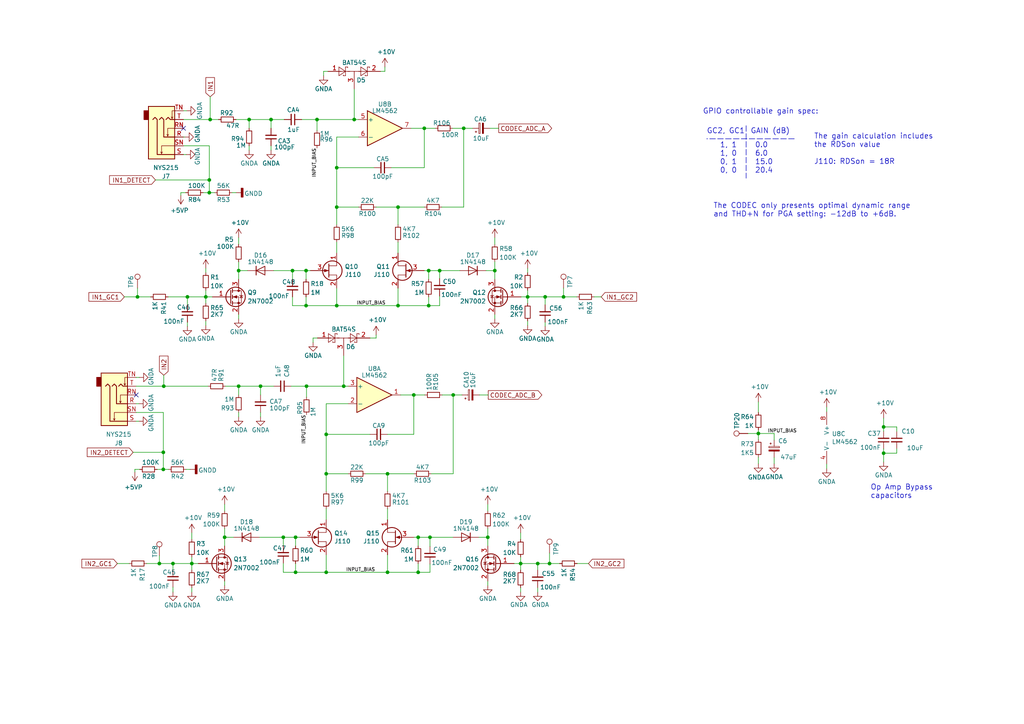
<source format=kicad_sch>
(kicad_sch (version 20211123) (generator eeschema)
  (paper "A4")
  (title_block (title "MOD DuoX - Bottom Board") (date "2021-11-11") (rev "Rev 1.05") (company "MOD Devices GmbH") (comment 1 "DuoX Audio processing board") (comment 2 "https://github.com/moddevices/mod-hw-duoX") (comment 3 "Inp Power: 12V 700mA") (comment 4 "USB outp Power: 500mA"))
  (junction (at 60.96 34.671))
  (junction (at 69.215 78.486))
  (junction (at 97.663 88.646))
  (junction (at 47.498 112.014))
  (junction (at 121.285 155.829))
  (junction (at 97.663 60.071))
  (junction (at 256.286 123.825))
  (junction (at 39.878 86.106))
  (junction (at 115.443 88.646))
  (junction (at 85.725 165.989))
  (junction (at 46.228 163.449))
  (junction (at 112.395 165.989))
  (junction (at 151.003 163.449))
  (junction (at 94.615 137.414))
  (junction (at 163.449 86.106))
  (junction (at 102.743 34.671))
  (junction (at 155.956 163.449))
  (junction (at 112.395 137.414))
  (junction (at 75.565 112.014))
  (junction (at 115.443 60.071))
  (junction (at 158.115 86.106))
  (junction (at 99.695 112.014))
  (junction (at 78.613 34.671))
  (junction (at 88.773 78.486))
  (junction (at 121.285 165.989))
  (junction (at 141.478 155.829))
  (junction (at 60.706 55.88))
  (junction (at 85.725 155.829))
  (junction (at 124.333 88.646))
  (junction (at 153.035 86.106))
  (junction (at 59.69 86.106))
  (junction (at 97.663 48.641))
  (junction (at 91.948 34.671))
  (junction (at 127.508 78.486))
  (junction (at 131.445 114.554))
  (junction (at 124.714 155.829))
  (junction (at 159.385 163.449))
  (junction (at 88.773 88.646))
  (junction (at 120.015 114.554))
  (junction (at 219.964 125.73))
  (junction (at 69.215 112.014))
  (junction (at 65.151 155.829))
  (junction (at 94.615 165.989))
  (junction (at 134.493 37.211))
  (junction (at 47.371 131.191))
  (junction (at 54.356 86.106))
  (junction (at 82.169 155.829))
  (junction (at 72.263 34.671))
  (junction (at 143.51 78.486))
  (junction (at 124.333 78.486))
  (junction (at 94.615 125.984))
  (junction (at 47.371 136.144))
  (junction (at 50.165 163.449))
  (junction (at 88.9 112.014))
  (junction (at 256.286 131.445))
  (junction (at 84.836 78.486))
  (junction (at 55.626 163.449))
  (junction (at 60.706 52.197))
  (junction (at 123.063 37.211))
  (no_connect (at 53.213 37.211))
  (no_connect (at 39.497 114.554))
  (wire (pts (xy 97.663 88.646) (xy 115.443 88.646)))
  (wire (pts (xy 159.385 163.449) (xy 162.306 163.449)))
  (wire (pts (xy 113.538 48.641) (xy 123.063 48.641)))
  (wire (pts (xy 153.035 88.011) (xy 153.035 86.106)))
  (wire (pts (xy 47.498 112.014) (xy 60.325 112.014)))
  (wire (pts (xy 69.215 119.634) (xy 69.215 120.904)))
  (wire (pts (xy 68.453 34.671) (xy 72.263 34.671)))
  (wire (pts (xy 260.096 125.095) (xy 260.096 123.825)))
  (wire (pts (xy 141.478 146.304) (xy 141.478 148.209)))
  (wire (pts (xy 124.333 78.486) (xy 123.063 78.486)))
  (wire (pts (xy 65.151 153.289) (xy 65.151 155.829)))
  (wire (pts (xy 39.878 83.566) (xy 39.878 86.106)))
  (wire (pts (xy 85.725 165.989) (xy 94.615 165.989)))
  (wire (pts (xy 50.165 163.449) (xy 55.626 163.449)))
  (wire (pts (xy 112.395 165.989) (xy 121.285 165.989)))
  (wire (pts (xy 88.773 88.646) (xy 97.663 88.646)))
  (wire (pts (xy 47.498 108.839) (xy 47.498 112.014)))
  (wire (pts (xy 55.626 154.559) (xy 55.626 156.464)))
  (wire (pts (xy 107.315 98.044) (xy 109.093 98.044)))
  (wire (pts (xy 46.228 163.449) (xy 50.165 163.449)))
  (wire (pts (xy 256.286 131.445) (xy 256.286 133.985)))
  (wire (pts (xy 53.594 39.751) (xy 53.213 39.751)))
  (wire (pts (xy 84.836 78.486) (xy 79.375 78.486)))
  (wire (pts (xy 39.497 117.094) (xy 40.259 117.094)))
  (wire (pts (xy 59.69 88.011) (xy 59.69 86.106)))
  (wire (pts (xy 111.633 20.701) (xy 111.633 19.431)))
  (wire (pts (xy 153.035 86.106) (xy 151.13 86.106)))
  (wire (pts (xy 42.545 163.449) (xy 46.228 163.449)))
  (wire (pts (xy 124.714 163.576) (xy 124.714 165.989)))
  (wire (pts (xy 40.259 122.174) (xy 39.497 122.174)))
  (wire (pts (xy 60.706 55.88) (xy 62.23 55.88)))
  (wire (pts (xy 93.853 21.971) (xy 93.853 20.701)))
  (wire (pts (xy 155.956 163.449) (xy 159.385 163.449)))
  (wire (pts (xy 54.356 86.106) (xy 59.69 86.106)))
  (wire (pts (xy 111.633 20.701) (xy 110.363 20.701)))
  (wire (pts (xy 39.497 112.014) (xy 47.498 112.014)))
  (wire (pts (xy 60.706 52.197) (xy 60.706 42.291)))
  (wire (pts (xy 119.253 37.211) (xy 123.063 37.211)))
  (wire (pts (xy 124.333 88.646) (xy 115.443 88.646)))
  (wire (pts (xy 115.443 73.406) (xy 115.443 70.231)))
  (wire (pts (xy 53.975 136.144) (xy 55.118 136.144)))
  (wire (pts (xy 112.395 165.989) (xy 112.395 160.909)))
  (wire (pts (xy 124.333 88.646) (xy 127.508 88.646)))
  (wire (pts (xy 109.093 60.071) (xy 115.443 60.071)))
  (wire (pts (xy 53.848 55.88) (xy 52.451 55.88)))
  (wire (pts (xy 82.169 165.989) (xy 82.169 163.322)))
  (wire (pts (xy 151.003 170.434) (xy 151.003 171.704)))
  (wire (pts (xy 69.215 114.554) (xy 69.215 112.014)))
  (wire (pts (xy 54.356 94.615) (xy 54.356 93.472)))
  (wire (pts (xy 153.035 86.106) (xy 158.115 86.106)))
  (wire (pts (xy 50.165 171.704) (xy 50.165 170.307)))
  (wire (pts (xy 94.615 147.574) (xy 94.615 150.749)))
  (wire (pts (xy 134.493 60.071) (xy 134.493 37.211)))
  (wire (pts (xy 134.493 37.211) (xy 137.033 37.211)))
  (wire (pts (xy 53.975 44.831) (xy 53.213 44.831)))
  (wire (pts (xy 256.286 130.175) (xy 256.286 131.445)))
  (wire (pts (xy 127.508 80.772) (xy 127.508 78.486)))
  (wire (pts (xy 224.536 132.715) (xy 224.536 134.493)))
  (wire (pts (xy 167.259 86.106) (xy 163.449 86.106)))
  (wire (pts (xy 55.626 163.449) (xy 55.626 161.544)))
  (wire (pts (xy 141.478 168.529) (xy 141.478 169.799)))
  (wire (pts (xy 94.615 165.989) (xy 94.615 160.909)))
  (wire (pts (xy 120.015 114.554) (xy 123.19 114.554)))
  (wire (pts (xy 69.215 68.961) (xy 69.215 70.866)))
  (wire (pts (xy 163.449 86.106) (xy 158.115 86.106)))
  (wire (pts (xy 94.615 117.094) (xy 94.615 125.984)))
  (wire (pts (xy 155.956 171.704) (xy 155.956 170.434)))
  (wire (pts (xy 90.805 99.314) (xy 90.805 98.044)))
  (wire (pts (xy 109.093 98.044) (xy 109.093 97.155)))
  (wire (pts (xy 47.371 119.634) (xy 47.371 131.191)))
  (wire (pts (xy 239.776 134.62) (xy 239.776 135.89)))
  (wire (pts (xy 65.151 168.529) (xy 65.151 169.799)))
  (wire (pts (xy 59.69 86.106) (xy 59.69 84.201)))
  (wire (pts (xy 131.318 37.211) (xy 134.493 37.211)))
  (wire (pts (xy 115.443 60.071) (xy 123.063 60.071)))
  (wire (pts (xy 155.956 165.354) (xy 155.956 163.449)))
  (wire (pts (xy 260.096 130.175) (xy 260.096 131.445)))
  (wire (pts (xy 94.615 117.094) (xy 100.965 117.094)))
  (wire (pts (xy 55.626 170.434) (xy 55.626 171.704)))
  (wire (pts (xy 100.965 137.414) (xy 94.615 137.414)))
  (wire (pts (xy 84.836 81.026) (xy 84.836 78.486)))
  (wire (pts (xy 123.063 37.211) (xy 126.238 37.211)))
  (wire (pts (xy 52.451 55.88) (xy 52.451 56.642)))
  (wire (pts (xy 139.065 114.554) (xy 141.605 114.554)))
  (wire (pts (xy 123.063 48.641) (xy 123.063 37.211)))
  (wire (pts (xy 153.035 77.851) (xy 153.035 79.121)))
  (wire (pts (xy 75.565 112.014) (xy 79.375 112.014)))
  (wire (pts (xy 54.102 32.131) (xy 53.213 32.131)))
  (wire (pts (xy 115.443 88.646) (xy 115.443 83.566)))
  (wire (pts (xy 75.565 120.904) (xy 75.565 119.634)))
  (wire (pts (xy 97.663 88.646) (xy 97.663 83.566)))
  (wire (pts (xy 216.916 125.73) (xy 219.964 125.73)))
  (wire (pts (xy 47.371 136.144) (xy 48.895 136.144)))
  (wire (pts (xy 104.013 60.071) (xy 97.663 60.071)))
  (wire (pts (xy 256.286 123.825) (xy 256.286 125.095)))
  (wire (pts (xy 120.015 125.984) (xy 120.015 114.554)))
  (wire (pts (xy 158.115 88.392) (xy 158.115 86.106)))
  (wire (pts (xy 65.405 112.014) (xy 69.215 112.014)))
  (wire (pts (xy 112.395 150.749) (xy 112.395 147.574)))
  (wire (pts (xy 88.773 78.486) (xy 90.043 78.486)))
  (wire (pts (xy 38.608 131.191) (xy 47.371 131.191)))
  (wire (pts (xy 239.776 118.11) (xy 239.776 119.38)))
  (wire (pts (xy 219.964 124.714) (xy 219.964 125.73)))
  (wire (pts (xy 65.151 158.369) (xy 65.151 155.829)))
  (wire (pts (xy 72.263 42.291) (xy 72.263 43.561)))
  (wire (pts (xy 224.536 127.635) (xy 224.536 125.73)))
  (wire (pts (xy 131.445 137.414) (xy 131.445 114.554)))
  (wire (pts (xy 97.663 48.641) (xy 97.663 60.071)))
  (wire (pts (xy 158.115 94.615) (xy 158.115 93.472)))
  (wire (pts (xy 67.31 55.88) (xy 68.453 55.88)))
  (wire (pts (xy 124.333 78.486) (xy 124.333 81.026)))
  (wire (pts (xy 97.663 39.751) (xy 97.663 48.641)))
  (wire (pts (xy 88.773 78.486) (xy 88.773 81.026)))
  (wire (pts (xy 55.626 165.354) (xy 55.626 163.449)))
  (wire (pts (xy 78.613 34.671) (xy 78.613 37.211)))
  (wire (pts (xy 142.113 37.211) (xy 144.653 37.211)))
  (wire (pts (xy 99.695 112.014) (xy 100.965 112.014)))
  (wire (pts (xy 36.068 86.106) (xy 39.878 86.106)))
  (wire (pts (xy 91.948 37.846) (xy 91.948 34.671)))
  (wire (pts (xy 121.285 155.829) (xy 121.285 158.369)))
  (wire (pts (xy 37.465 163.449) (xy 34.036 163.449)))
  (wire (pts (xy 107.315 125.984) (xy 94.615 125.984)))
  (wire (pts (xy 39.878 86.106) (xy 43.688 86.106)))
  (wire (pts (xy 91.948 34.671) (xy 102.743 34.671)))
  (wire (pts (xy 97.663 70.231) (xy 97.663 73.406)))
  (wire (pts (xy 39.116 136.144) (xy 39.116 136.906)))
  (wire (pts (xy 219.964 116.586) (xy 219.964 119.634)))
  (wire (pts (xy 143.51 75.946) (xy 143.51 78.486)))
  (wire (pts (xy 155.956 163.449) (xy 151.003 163.449)))
  (wire (pts (xy 82.169 158.242) (xy 82.169 155.829)))
  (wire (pts (xy 219.964 125.73) (xy 224.536 125.73)))
  (wire (pts (xy 121.285 155.829) (xy 120.015 155.829)))
  (wire (pts (xy 151.003 163.449) (xy 151.003 161.544)))
  (wire (pts (xy 60.706 42.291) (xy 53.213 42.291)))
  (wire (pts (xy 72.263 37.211) (xy 72.263 34.671)))
  (wire (pts (xy 85.725 155.829) (xy 85.725 158.369)))
  (wire (pts (xy 159.385 160.401) (xy 159.385 163.449)))
  (wire (pts (xy 108.458 48.641) (xy 97.663 48.641)))
  (wire (pts (xy 106.045 137.414) (xy 112.395 137.414)))
  (wire (pts (xy 84.836 88.646) (xy 84.836 86.106)))
  (wire (pts (xy 112.395 125.984) (xy 120.015 125.984)))
  (wire (pts (xy 59.69 93.091) (xy 59.69 94.361)))
  (wire (pts (xy 78.613 34.671) (xy 82.423 34.671)))
  (wire (pts (xy 45.085 52.197) (xy 60.706 52.197)))
  (wire (pts (xy 94.615 125.984) (xy 94.615 137.414)))
  (wire (pts (xy 153.035 93.091) (xy 153.035 94.361)))
  (wire (pts (xy 102.743 34.671) (xy 104.013 34.671)))
  (wire (pts (xy 127.508 78.486) (xy 133.35 78.486)))
  (wire (pts (xy 94.615 165.989) (xy 112.395 165.989)))
  (wire (pts (xy 143.51 81.026) (xy 143.51 78.486)))
  (wire (pts (xy 151.003 165.354) (xy 151.003 163.449)))
  (wire (pts (xy 40.513 136.144) (xy 39.116 136.144)))
  (wire (pts (xy 172.339 86.106) (xy 174.371 86.106)))
  (wire (pts (xy 45.593 136.144) (xy 47.371 136.144)))
  (wire (pts (xy 128.143 60.071) (xy 134.493 60.071)))
  (wire (pts (xy 143.51 78.486) (xy 140.97 78.486)))
  (wire (pts (xy 256.286 121.285) (xy 256.286 123.825)))
  (wire (pts (xy 219.964 134.493) (xy 219.964 132.588)))
  (wire (pts (xy 65.151 155.829) (xy 67.691 155.829)))
  (wire (pts (xy 219.964 127.508) (xy 219.964 125.73)))
  (wire (pts (xy 84.836 78.486) (xy 88.773 78.486)))
  (wire (pts (xy 84.455 112.014) (xy 88.9 112.014)))
  (wire (pts (xy 46.228 161.163) (xy 46.228 163.449)))
  (wire (pts (xy 141.478 155.829) (xy 138.938 155.829)))
  (wire (pts (xy 163.449 83.566) (xy 163.449 86.106)))
  (wire (pts (xy 78.613 43.561) (xy 78.613 42.291)))
  (wire (pts (xy 260.096 131.445) (xy 256.286 131.445)))
  (wire (pts (xy 90.805 98.044) (xy 92.075 98.044)))
  (wire (pts (xy 151.003 163.449) (xy 149.098 163.449)))
  (wire (pts (xy 88.773 88.646) (xy 84.836 88.646)))
  (wire (pts (xy 60.706 55.88) (xy 60.706 52.197)))
  (wire (pts (xy 128.27 114.554) (xy 131.445 114.554)))
  (wire (pts (xy 124.714 155.829) (xy 124.714 158.496)))
  (wire (pts (xy 151.003 154.559) (xy 151.003 156.464)))
  (wire (pts (xy 153.035 86.106) (xy 153.035 84.201)))
  (wire (pts (xy 39.497 119.634) (xy 47.371 119.634)))
  (wire (pts (xy 82.169 155.829) (xy 75.311 155.829)))
  (wire (pts (xy 141.478 158.369) (xy 141.478 155.829)))
  (wire (pts (xy 121.285 165.989) (xy 124.714 165.989)))
  (wire (pts (xy 60.96 34.671) (xy 53.213 34.671)))
  (wire (pts (xy 115.443 65.151) (xy 115.443 60.071)))
  (wire (pts (xy 55.626 163.449) (xy 57.531 163.449)))
  (wire (pts (xy 260.096 123.825) (xy 256.286 123.825)))
  (wire (pts (xy 88.9 115.189) (xy 88.9 112.014)))
  (wire (pts (xy 93.853 20.701) (xy 95.123 20.701)))
  (wire (pts (xy 69.215 78.486) (xy 71.755 78.486)))
  (wire (pts (xy 82.169 155.829) (xy 85.725 155.829)))
  (wire (pts (xy 116.205 114.554) (xy 120.015 114.554)))
  (wire (pts (xy 69.215 81.026) (xy 69.215 78.486)))
  (wire (pts (xy 124.333 78.486) (xy 127.508 78.486)))
  (wire (pts (xy 50.165 165.227) (xy 50.165 163.449)))
  (wire (pts (xy 60.96 28.067) (xy 60.96 34.671)))
  (wire (pts (xy 143.51 91.186) (xy 143.51 92.456)))
  (wire (pts (xy 99.695 103.124) (xy 99.695 112.014)))
  (wire (pts (xy 54.356 88.392) (xy 54.356 86.106)))
  (wire (pts (xy 69.215 112.014) (xy 75.565 112.014)))
  (wire (pts (xy 65.151 146.304) (xy 65.151 148.209)))
  (wire (pts (xy 59.69 86.106) (xy 61.595 86.106)))
  (wire (pts (xy 69.215 91.186) (xy 69.215 92.456)))
  (wire (pts (xy 102.743 25.781) (xy 102.743 34.671)))
  (wire (pts (xy 141.478 153.289) (xy 141.478 155.829)))
  (wire (pts (xy 121.285 155.829) (xy 124.714 155.829)))
  (wire (pts (xy 121.285 163.449) (xy 121.285 165.989)))
  (wire (pts (xy 127.508 88.646) (xy 127.508 85.852)))
  (polyline (pts (xy 216.408 36.449) (xy 216.408 51.689)))
  (wire (pts (xy 75.565 112.014) (xy 75.565 114.554)))
  (wire (pts (xy 58.928 55.88) (xy 60.706 55.88)))
  (wire (pts (xy 59.69 77.851) (xy 59.69 79.121)))
  (wire (pts (xy 69.215 75.946) (xy 69.215 78.486)))
  (wire (pts (xy 94.615 137.414) (xy 94.615 142.494)))
  (wire (pts (xy 125.095 137.414) (xy 131.445 137.414)))
  (wire (pts (xy 112.395 142.494) (xy 112.395 137.414)))
  (wire (pts (xy 85.725 155.829) (xy 86.995 155.829)))
  (wire (pts (xy 88.773 86.106) (xy 88.773 88.646)))
  (wire (pts (xy 40.386 109.474) (xy 39.497 109.474)))
  (wire (pts (xy 72.263 34.671) (xy 78.613 34.671)))
  (wire (pts (xy 88.9 112.014) (xy 99.695 112.014)))
  (wire (pts (xy 97.663 39.751) (xy 104.013 39.751)))
  (wire (pts (xy 167.386 163.449) (xy 170.688 163.449)))
  (wire (pts (xy 85.725 163.449) (xy 85.725 165.989)))
  (wire (pts (xy 124.333 86.106) (xy 124.333 88.646)))
  (wire (pts (xy 112.395 137.414) (xy 120.015 137.414)))
  (wire (pts (xy 143.51 68.961) (xy 143.51 70.866)))
  (wire (pts (xy 47.371 131.191) (xy 47.371 136.144)))
  (polyline (pts (xy 230.378 40.259) (xy 204.978 40.259)))
  (wire (pts (xy 87.503 34.671) (xy 91.948 34.671)))
  (wire (pts (xy 63.373 34.671) (xy 60.96 34.671)))
  (wire (pts (xy 54.356 86.106) (xy 48.768 86.106)))
  (wire (pts (xy 97.663 60.071) (xy 97.663 65.151)))
  (wire (pts (xy 82.169 165.989) (xy 85.725 165.989)))
  (wire (pts (xy 124.714 155.829) (xy 131.318 155.829)))
  (wire (pts (xy 131.445 114.554) (xy 133.985 114.554)))
  (text "GC2, GC1" (at 204.978 38.989 0) (effects (font (size 1.524 1.524)) (justify left bottom)))
  (text "GPIO controllable gain spec:" (at 203.835 33.274 0) (effects (font (size 1.524 1.524)) (justify left bottom)))
  (text "The CODEC only presents optimal dynamic range\nand THD+N for PGA setting: -12dB to +6dB." (at 206.883 63.119 0) (effects (font (size 1.524 1.524)) (justify left bottom)))
  (text "The gain calculation includes\nthe RDSon value\n\nJ110: RDSon = 18R" (at 236.093 47.879 0) (effects (font (size 1.524 1.524)) (justify left bottom)))
  (text "Op Amp Bypass\ncapacitors" (at 252.476 144.78 0) (effects (font (size 1.524 1.524)) (justify left bottom)))
  (text "GAIN (dB)" (at 217.678 38.989 0) (effects (font (size 1.524 1.524)) (justify left bottom)))
  (text "0.0\n6.0\n15.0\n20.4" (at 218.948 50.419 0) (effects (font (size 1.524 1.524)) (justify left bottom)))
  (text "1, 1\n1, 0\n0, 1\n0, 0" (at 208.788 50.419 0) (effects (font (size 1.524 1.524)) (justify left bottom)))
  (label "INPUT_BIAS" (at 100.33 165.989 0) (effects (font (size 0.9906 0.9906))))
  (label "INPUT_BIAS" (at 91.948 42.926 270) (effects (font (size 0.9906 0.9906))))
  (label "INPUT_BIAS" (at 222.631 125.73 0) (effects (font (size 0.9906 0.9906))))
  (label "INPUT_BIAS" (at 103.378 88.646 0) (effects (font (size 0.9906 0.9906))))
  (label "INPUT_BIAS" (at 88.9 120.269 270) (effects (font (size 0.9906 0.9906))))
  (global_label "IN1_GC2" (shape input) (at 174.371 86.106 0) (property "Intersheet References" "${INTERSHEET_REFS}" (effects hide)))
  (global_label "IN1_DETECT" (shape input) (at 45.085 52.197 180) (property "Intersheet References" "${INTERSHEET_REFS}" (effects hide)))
  (global_label "IN2_GC1" (shape input) (at 34.036 163.449 180) (property "Intersheet References" "${INTERSHEET_REFS}" (effects hide)))
  (global_label "IN2_DETECT" (shape input) (at 38.608 131.191 180) (property "Intersheet References" "${INTERSHEET_REFS}" (effects hide)))
  (global_label "CODEC_ADC_A" (shape output) (at 144.653 37.211 0) (property "Intersheet References" "${INTERSHEET_REFS}" (effects hide)))
  (global_label "IN1" (shape input) (at 60.96 28.067 90) (property "Intersheet References" "${INTERSHEET_REFS}" (effects hide)))
  (global_label "IN2_GC2" (shape input) (at 170.688 163.449 0) (property "Intersheet References" "${INTERSHEET_REFS}" (effects hide)))
  (global_label "IN2" (shape input) (at 47.498 108.839 90) (property "Intersheet References" "${INTERSHEET_REFS}" (effects hide)))
  (global_label "IN1_GC1" (shape input) (at 36.068 86.106 180) (property "Intersheet References" "${INTERSHEET_REFS}" (effects hide)))
  (global_label "CODEC_ADC_B" (shape output) (at 141.605 114.554 0) (property "Intersheet References" "${INTERSHEET_REFS}" (effects hide)))
  (symbol (lib_id "bottom-board-rescue:R_Small-Device") (at 65.913 34.671 270) (unit 1)
    (property "Reference" "R92" (at 67.691 32.766 90) (effects (justify right)))
    (property "Value" "47R" (at 69.469 36.449 90) (effects (justify right)))
    (property "Footprint" "Resistor_SMD:R_0603_1608Metric" (effects hide))
    (property "MPN" "RT0603DRE0747RL" (effects hide))
  )
  (symbol (lib_id "bottom-board-rescue:R_Small-Device") (at 72.263 39.751 180) (unit 1)
    (property "Reference" "R94" (at 70.866 40.259 0) (effects (justify left)))
    (property "Value" "1M" (at 71.374 42.164 0) (effects (justify left)))
    (property "Footprint" "Resistor_SMD:R_0603_1608Metric" (effects hide))
    (property "MPN" "RT0603BRD071ML" (effects hide))
  )
  (symbol (lib_id "bottom-board-rescue:R_Small-Device") (at 97.663 67.691 180) (unit 1)
    (property "Reference" "R98" (at 98.933 68.326 0) (effects (justify right)))
    (property "Value" "5K6" (at 98.933 66.421 0) (effects (justify right)))
    (property "Footprint" "Resistor_SMD:R_0603_1608Metric" (effects hide))
    (property "MPN" "ERA-3AED562V" (effects hide))
  )
  (symbol (lib_id "bottom-board-rescue:R_Small-Device") (at 125.603 60.071 90) (unit 1)
    (property "Reference" "R104" (at 125.603 61.976 90))
    (property "Value" "4K7" (at 125.603 58.166 90))
    (property "Footprint" "Resistor_SMD:R_0603_1608Metric" (effects hide))
    (property "MPN" "RT0603DRE074K7L" (effects hide))
  )
  (symbol (lib_id "bottom-board-rescue:R_Small-Device") (at 128.778 37.211 90) (unit 1)
    (property "Reference" "R106" (at 130.683 35.687 90) (effects (justify left)))
    (property "Value" "100R" (at 133.096 39.116 90) (effects (justify left)))
    (property "Footprint" "Resistor_SMD:R_0603_1608Metric" (effects hide))
    (property "MPN" "RT0603DRD07100RL" (effects hide))
  )
  (symbol (lib_id "bottom-board-rescue:GNDA-power") (at 72.263 43.561 0) (unit 1)
    (property "Reference" "#PWR090" (effects hide))
    (property "Value" "GNDA" (at 72.263 47.371 0))
  )
  (symbol (lib_id "bottom-board-rescue:C_Small-Device") (at 78.613 39.751 180) (unit 1)
    (property "Reference" "CA3" (at 80.518 40.894 0) (effects (justify right)))
    (property "Value" "100pF" (at 79.502 42.672 0) (effects (justify right)))
    (property "Footprint" "Capacitor_SMD:C_0603_1608Metric" (effects hide))
    (property "MPN" "C0603C101J3GACTU" (effects hide))
  )
  (symbol (lib_id "bottom-board-rescue:GNDA-power") (at 78.613 43.561 0) (unit 1)
    (property "Reference" "#PWR093" (effects hide))
    (property "Value" "GNDA" (at 78.613 47.371 0))
  )
  (symbol (lib_id "bottom-board-rescue:AudioJack3_Switch-Connector") (at 48.133 39.751 0) (mirror x) (unit 1)
    (property "Reference" "J7" (at 48.133 51.181 0))
    (property "Value" "NYS215" (at 48.133 48.641 0))
    (property "Footprint" "footprints:NMJ6HCD2" (effects hide))
    (property "MPN" "NYS215" (effects hide))
  )
  (symbol (lib_id "bottom-board-rescue:AudioJack3_Switch-Connector") (at 34.417 117.094 0) (mirror x) (unit 1)
    (property "Reference" "J8" (at 34.417 128.524 0))
    (property "Value" "NYS215" (at 34.417 125.984 0))
    (property "Footprint" "footprints:NMJ6HCD2" (effects hide))
    (property "MPN" "NYS215" (effects hide))
  )
  (symbol (lib_id "bottom-board-rescue:CP_Small-Device") (at 139.573 37.211 90) (unit 1)
    (property "Reference" "CA6" (at 141.224 34.544 90) (effects (justify left)))
    (property "Value" "10uF" (at 141.986 40.132 90) (effects (justify left)))
    (property "Footprint" "Capacitor_SMD:CP_Elec_4x5.7" (effects hide))
    (property "MPN" "EEE-HB1C100R" (effects hide))
  )
  (symbol (lib_id "bottom-board-rescue:GNDA-power") (at 69.215 120.904 0) (unit 1)
    (property "Reference" "#PWR0102" (effects hide))
    (property "Value" "GNDA" (at 69.215 124.714 0))
  )
  (symbol (lib_id "bottom-board-rescue:GNDA-power") (at 75.565 120.904 0) (unit 1)
    (property "Reference" "#PWR0105" (effects hide))
    (property "Value" "GNDA" (at 75.565 124.714 0))
  )
  (symbol (lib_id "bottom-board-rescue:LM4562-Amplifier_Operational") (at 108.585 114.554 0) (unit 1)
    (property "Reference" "U8" (at 108.585 106.934 0))
    (property "Value" "LM4562" (at 108.585 108.839 0))
    (property "Footprint" "Package_SO:SOIC-8_3.9x4.9mm_P1.27mm" (effects hide))
    (property "Datasheet" "http://www.ti.com/lit/ds/symlink/lm4562.pdf" (effects hide))
    (property "MPN" "LM4562MAX/NOPB" (effects hide))
  )
  (symbol (lib_id "bottom-board-rescue:LM4562-Amplifier_Operational") (at 111.633 37.211 0) (unit 2)
    (property "Reference" "U8" (at 111.633 30.226 0))
    (property "Value" "LM4562" (at 111.633 32.131 0))
    (property "Footprint" "Package_SO:SOIC-8_3.9x4.9mm_P1.27mm" (effects hide))
    (property "Datasheet" "http://www.ti.com/lit/ds/symlink/lm4562.pdf" (effects hide))
    (property "MPN" "LM4562MAX/NOPB" (effects hide))
  )
  (symbol (lib_id "bottom-board-rescue:LM4562-Amplifier_Operational") (at 242.316 127 0) (unit 3)
    (property "Reference" "U8" (at 241.2492 125.8316 0) (effects (justify left)))
    (property "Value" "LM4562" (at 241.2492 128.143 0) (effects (justify left)))
    (property "Footprint" "Package_SO:SOIC-8_3.9x4.9mm_P1.27mm" (effects hide))
    (property "Datasheet" "http://www.ti.com/lit/ds/symlink/lm4562.pdf" (effects hide))
    (property "MPN" "LM4562MAX/NOPB" (effects hide))
  )
  (symbol (lib_id "bottom-board-rescue:C_Small-Device") (at 84.963 34.671 270) (mirror x) (unit 1)
    (property "Reference" "CA4" (at 83.185 31.877 90) (effects (justify left)))
    (property "Value" "1uF" (at 83.312 37.592 90) (effects (justify left)))
    (property "Footprint" "Capacitor_SMD:C_1210_3225Metric" (effects hide))
    (property "MPN" "FCA1210C105M-G2" (effects hide))
  )
  (symbol (lib_id "bottom-board-rescue:GNDA-power") (at 256.286 133.985 0) (unit 1)
    (property "Reference" "#PWR089" (effects hide))
    (property "Value" "GNDA" (at 256.286 137.795 0))
  )
  (symbol (lib_id "bottom-board-rescue:C_Small-Device") (at 256.286 127.635 180) (unit 1)
    (property "Reference" "C37" (at 251.587 125.73 0) (effects (justify right)))
    (property "Value" "100nF" (at 255.524 129.794 0) (effects (justify left)))
    (property "Footprint" "Capacitor_SMD:C_0603_1608Metric" (effects hide))
    (property "MPN" "GCM188R71C104KA37D" (effects hide))
  )
  (symbol (lib_id "bottom-board-rescue:BAT54S-Diode") (at 102.743 20.701 0) (unit 1)
    (property "Reference" "D5" (at 103.378 23.241 0) (effects (justify left)))
    (property "Value" "BAT54S" (at 102.743 18.161 0))
    (property "Footprint" "Package_TO_SOT_SMD:SOT-23" (effects hide))
    (property "Datasheet" "https://www.diodes.com/assets/Datasheets/ds11005.pdf" (effects hide))
    (property "MPN" "BAT54SFILM" (effects hide))
  )
  (symbol (lib_id "bottom-board-rescue:BAT54S-Diode") (at 99.695 98.044 0) (unit 1)
    (property "Reference" "D6" (at 100.33 100.584 0) (effects (justify left)))
    (property "Value" "BAT54S" (at 99.695 95.504 0))
    (property "Footprint" "Package_TO_SOT_SMD:SOT-23" (effects hide))
    (property "Datasheet" "https://www.diodes.com/assets/Datasheets/ds11005.pdf" (effects hide))
    (property "MPN" "BAT54SFILM" (effects hide))
  )
  (symbol (lib_id "bottom-board-rescue:R_Small-Device") (at 106.553 60.071 90) (unit 1)
    (property "Reference" "R100" (at 106.553 61.976 90))
    (property "Value" "22K" (at 106.553 58.166 90))
    (property "Footprint" "Resistor_SMD:R_0603_1608Metric" (effects hide))
    (property "MPN" "RT0603DRD0722KL" (effects hide))
  )
  (symbol (lib_id "bottom-board-rescue:R_Small-Device") (at 115.443 67.691 0) (unit 1)
    (property "Reference" "R102" (at 116.713 68.326 0) (effects (justify left)))
    (property "Value" "4K7" (at 116.713 66.421 0) (effects (justify left)))
    (property "Footprint" "Resistor_SMD:R_0603_1608Metric" (effects hide))
    (property "MPN" "RT0603DRE074K7L" (effects hide))
  )
  (symbol (lib_id "bottom-board-rescue:R_Small-Device") (at 62.865 112.014 270) (unit 1)
    (property "Reference" "R91" (at 64.135 110.744 0) (effects (justify right)))
    (property "Value" "47R" (at 62.23 110.744 0) (effects (justify right)))
    (property "Footprint" "Resistor_SMD:R_0603_1608Metric" (effects hide))
    (property "MPN" "RT0603DRE0747RL" (effects hide))
  )
  (symbol (lib_id "bottom-board-rescue:R_Small-Device") (at 69.215 117.094 180) (unit 1)
    (property "Reference" "R93" (at 67.945 118.364 0) (effects (justify left)))
    (property "Value" "1M" (at 67.945 115.824 0) (effects (justify left)))
    (property "Footprint" "Resistor_SMD:R_0603_1608Metric" (effects hide))
    (property "MPN" "RT0603BRD071ML" (effects hide))
  )
  (symbol (lib_id "bottom-board-rescue:R_Small-Device") (at 125.73 114.554 90) (unit 1)
    (property "Reference" "R105" (at 126.365 113.284 0) (effects (justify left)))
    (property "Value" "100R" (at 124.46 113.284 0) (effects (justify left)))
    (property "Footprint" "Resistor_SMD:R_0603_1608Metric" (effects hide))
    (property "MPN" "RT0603DRD07100RL" (effects hide))
  )
  (symbol (lib_id "bottom-board-rescue:C_Small-Device") (at 75.565 117.094 180) (unit 1)
    (property "Reference" "CA7" (at 78.105 116.459 0) (effects (justify right)))
    (property "Value" "100pF" (at 78.105 118.364 0) (effects (justify right)))
    (property "Footprint" "Capacitor_SMD:C_0603_1608Metric" (effects hide))
    (property "MPN" "C0603C101J3GACTU" (effects hide))
  )
  (symbol (lib_id "bottom-board-rescue:C_Small-Device") (at 81.915 112.014 270) (mirror x) (unit 1)
    (property "Reference" "CA8" (at 83.185 109.474 0) (effects (justify left)))
    (property "Value" "1uF" (at 80.645 109.474 0) (effects (justify left)))
    (property "Footprint" "Capacitor_SMD:C_1210_3225Metric" (effects hide))
    (property "MPN" "FCA1210C105M-G2" (effects hide))
  )
  (symbol (lib_id "bottom-board-rescue:CP_Small-Device") (at 136.525 114.554 90) (unit 1)
    (property "Reference" "CA10" (at 135.255 112.649 0) (effects (justify left)))
    (property "Value" "10uF" (at 137.16 112.649 0) (effects (justify left)))
    (property "Footprint" "Capacitor_SMD:CP_Elec_4x5.7" (effects hide))
    (property "MPN" "EEE-HB1C100R" (effects hide))
  )
  (symbol (lib_id "bottom-board-rescue:C_Small-Device") (at 110.998 48.641 90) (unit 1)
    (property "Reference" "CA5" (at 110.998 46.101 90))
    (property "Value" "100pF" (at 110.998 51.181 90))
    (property "Footprint" "Capacitor_SMD:C_0603_1608Metric" (effects hide))
    (property "MPN" "C0603C101J3GACTU" (effects hide))
  )
  (symbol (lib_id "bottom-board-rescue:C_Small-Device") (at 109.855 125.984 90) (unit 1)
    (property "Reference" "CA9" (at 109.855 123.444 90))
    (property "Value" "100pF" (at 109.855 128.524 90))
    (property "Footprint" "Capacitor_SMD:C_0603_1608Metric" (effects hide))
    (property "MPN" "C0603C101J3GACTU" (effects hide))
  )
  (symbol (lib_id "bottom-board-rescue:GNDA-power") (at 93.853 21.971 0) (unit 1)
    (property "Reference" "#PWR087" (effects hide))
    (property "Value" "GNDA" (at 93.853 25.781 0))
  )
  (symbol (lib_id "bottom-board-rescue:Q_NJFET_DSG-Device") (at 95.123 78.486 0) (unit 1)
    (property "Reference" "Q10" (at 99.9744 77.3176 0) (effects (justify left)))
    (property "Value" "J110" (at 99.9744 79.629 0) (effects (justify left)))
    (property "Footprint" "Package_TO_SOT_SMD:SOT-23" (effects hide))
    (property "MPN" "MMBFJ110" (effects hide))
  )
  (symbol (lib_id "bottom-board-rescue:TestPoint-Connector") (at 216.916 125.73 90) (mirror x) (unit 1)
    (property "Reference" "TP20" (at 213.741 124.46 0) (effects (justify right)))
    (property "Value" "TestPoint" (effects hide))
    (property "Footprint" "TestPoint:TestPoint_Pad_D1.0mm" (effects hide))
  )
  (symbol (lib_id "bottom-board-rescue:Q_NMOS_GSD-Device") (at 66.675 86.106 0) (unit 1)
    (property "Reference" "Q9" (at 71.755 84.836 0) (effects (justify left)))
    (property "Value" "2N7002" (at 71.755 87.376 0) (effects (justify left)))
    (property "Footprint" "Package_TO_SOT_SMD:SOT-23" (effects hide))
    (property "MPN" "2N7002P,215" (effects hide))
  )
  (symbol (lib_id "bottom-board-rescue:1N4148WS-Diode") (at 75.565 78.486 0) (mirror x) (unit 1)
    (property "Reference" "D16" (at 75.565 74.041 0))
    (property "Value" "1N4148" (at 75.565 75.946 0))
    (property "Footprint" "Diode_SMD:D_SOD-323" (effects hide))
    (property "MPN" "1N4148WX-TP" (effects hide))
  )
  (symbol (lib_id "bottom-board-rescue:R_Small-Device") (at 88.773 83.566 0) (unit 1)
    (property "Reference" "R18" (at 90.043 82.296 0) (effects (justify left)))
    (property "Value" "1M" (at 90.043 84.836 0) (effects (justify left)))
    (property "Footprint" "Resistor_SMD:R_0603_1608Metric" (effects hide))
    (property "MPN" "RT0603BRD071ML" (effects hide))
  )
  (symbol (lib_id "bottom-board-rescue:GNDA-power") (at 69.215 92.456 0) (unit 1)
    (property "Reference" "#PWR085" (effects hide))
    (property "Value" "GNDA" (at 69.215 96.266 0))
  )
  (symbol (lib_id "bottom-board-rescue:R_Small-Device") (at 69.215 73.406 0) (mirror y) (unit 1)
    (property "Reference" "R5" (at 67.818 69.469 0) (effects (justify left)))
    (property "Value" "100K" (at 67.945 71.501 0) (effects (justify left)))
    (property "Footprint" "Resistor_SMD:R_0603_1608Metric" (effects hide))
    (property "MPN" "RMCF0603JT100K" (effects hide))
  )
  (symbol (lib_id "bottom-board-rescue:R_Small-Device") (at 59.69 81.661 0) (unit 1)
    (property "Reference" "R1" (at 60.96 80.391 0) (effects (justify left)))
    (property "Value" "10K" (at 60.96 82.931 0) (effects (justify left)))
    (property "Footprint" "Resistor_SMD:R_0603_1608Metric" (effects hide))
    (property "MPN" "RR0816P-103-D" (effects hide))
  )
  (symbol (lib_id "bottom-board-rescue:R_Small-Device") (at 153.035 81.661 0) (mirror y) (unit 1)
    (property "Reference" "R2" (at 151.765 80.391 0) (effects (justify left)))
    (property "Value" "10K" (at 151.765 82.931 0) (effects (justify left)))
    (property "Footprint" "Resistor_SMD:R_0603_1608Metric" (effects hide))
    (property "MPN" "RR0816P-103-D" (effects hide))
  )
  (symbol (lib_id "bottom-board-rescue:R_Small-Device") (at 55.626 159.004 0) (unit 1)
    (property "Reference" "R3" (at 56.896 157.734 0) (effects (justify left)))
    (property "Value" "10K" (at 56.896 160.274 0) (effects (justify left)))
    (property "Footprint" "Resistor_SMD:R_0603_1608Metric" (effects hide))
    (property "MPN" "RR0816P-103-D" (effects hide))
  )
  (symbol (lib_id "bottom-board-rescue:R_Small-Device") (at 151.003 159.004 0) (mirror y) (unit 1)
    (property "Reference" "R4" (at 149.733 157.734 0) (effects (justify left)))
    (property "Value" "10K" (at 149.733 160.274 0) (effects (justify left)))
    (property "Footprint" "Resistor_SMD:R_0603_1608Metric" (effects hide))
    (property "MPN" "RR0816P-103-D" (effects hide))
  )
  (symbol (lib_id "bottom-board-rescue:GNDA-power") (at 224.536 134.493 0) (unit 1)
    (property "Reference" "#PWR031" (effects hide))
    (property "Value" "GNDA" (at 224.536 138.303 0))
  )
  (symbol (lib_id "bottom-board-rescue:GNDA-power") (at 239.776 135.89 0) (unit 1)
    (property "Reference" "#PWR034" (effects hide))
    (property "Value" "GNDA" (at 239.776 139.7 0))
  )
  (symbol (lib_id "bottom-board-rescue:Q_NJFET_DSG-Device") (at 117.983 78.486 0) (mirror y) (unit 1)
    (property "Reference" "Q11" (at 113.1316 77.3176 0) (effects (justify left)))
    (property "Value" "J110" (at 113.1316 79.629 0) (effects (justify left)))
    (property "Footprint" "Package_TO_SOT_SMD:SOT-23" (effects hide))
    (property "MPN" "MMBFJ110" (effects hide))
  )
  (symbol (lib_id "bottom-board-rescue:Q_NMOS_GSD-Device") (at 146.05 86.106 0) (mirror y) (unit 1)
    (property "Reference" "Q12" (at 140.97 84.836 0) (effects (justify left)))
    (property "Value" "2N7002" (at 140.97 87.376 0) (effects (justify left)))
    (property "Footprint" "Package_TO_SOT_SMD:SOT-23" (effects hide))
    (property "MPN" "2N7002P,215" (effects hide))
  )
  (symbol (lib_id "bottom-board-rescue:1N4148WS-Diode") (at 137.16 78.486 180) (unit 1)
    (property "Reference" "D17" (at 137.16 74.041 0))
    (property "Value" "1N4148" (at 137.16 75.946 0))
    (property "Footprint" "Diode_SMD:D_SOD-323" (effects hide))
    (property "MPN" "1N4148WX-TP" (effects hide))
  )
  (symbol (lib_id "bottom-board-rescue:R_Small-Device") (at 124.333 83.566 0) (mirror y) (unit 1)
    (property "Reference" "R57" (at 123.063 82.296 0) (effects (justify left)))
    (property "Value" "1M" (at 123.063 84.836 0) (effects (justify left)))
    (property "Footprint" "Resistor_SMD:R_0603_1608Metric" (effects hide))
    (property "MPN" "RT0603BRD071ML" (effects hide))
  )
  (symbol (lib_id "bottom-board-rescue:GNDA-power") (at 143.51 92.456 0) (mirror y) (unit 1)
    (property "Reference" "#PWR092" (effects hide))
    (property "Value" "GNDA" (at 143.51 96.266 0))
  )
  (symbol (lib_id "bottom-board-rescue:R_Small-Device") (at 143.51 73.406 0) (unit 1)
    (property "Reference" "R58" (at 144.78 72.136 0) (effects (justify left)))
    (property "Value" "100K" (at 144.78 74.676 0) (effects (justify left)))
    (property "Footprint" "Resistor_SMD:R_0603_1608Metric" (effects hide))
    (property "MPN" "RMCF0603JT100K" (effects hide))
  )
  (symbol (lib_id "bottom-board-rescue:GNDA-power") (at 90.805 99.314 0) (unit 1)
    (property "Reference" "#PWR096" (effects hide))
    (property "Value" "GNDA" (at 90.805 103.124 0))
  )
  (symbol (lib_id "bottom-board-rescue:R_Small-Device") (at 91.948 40.386 180) (unit 1)
    (property "Reference" "R96" (at 92.71 40.386 0) (effects (justify right)))
    (property "Value" "1M" (at 92.71 38.735 0) (effects (justify right)))
    (property "Footprint" "Resistor_SMD:R_0603_1608Metric" (effects hide))
    (property "MPN" "RT0603BRD071ML" (effects hide))
  )
  (symbol (lib_id "bottom-board-rescue:R_Small-Device") (at 88.9 117.729 180) (unit 1)
    (property "Reference" "R95" (at 86.995 120.269 90) (effects (justify right)))
    (property "Value" "1M" (at 90.805 120.904 90) (effects (justify right)))
    (property "Footprint" "Resistor_SMD:R_0603_1608Metric" (effects hide))
    (property "MPN" "RT0603BRD071ML" (effects hide))
  )
  (symbol (lib_id "bottom-board-rescue:Q_NJFET_DSG-Device") (at 92.075 155.829 0) (unit 1)
    (property "Reference" "Q14" (at 96.9264 154.6606 0) (effects (justify left)))
    (property "Value" "J110" (at 96.9264 156.972 0) (effects (justify left)))
    (property "Footprint" "Package_TO_SOT_SMD:SOT-23" (effects hide))
    (property "MPN" "MMBFJ110" (effects hide))
  )
  (symbol (lib_id "bottom-board-rescue:Q_NMOS_GSD-Device") (at 62.611 163.449 0) (unit 1)
    (property "Reference" "Q13" (at 67.691 162.179 0) (effects (justify left)))
    (property "Value" "2N7002" (at 67.691 164.719 0) (effects (justify left)))
    (property "Footprint" "Package_TO_SOT_SMD:SOT-23" (effects hide))
    (property "MPN" "2N7002P,215" (effects hide))
  )
  (symbol (lib_id "bottom-board-rescue:1N4148WS-Diode") (at 71.501 155.829 0) (mirror x) (unit 1)
    (property "Reference" "D18" (at 71.501 151.384 0))
    (property "Value" "1N4148" (at 71.501 153.289 0))
    (property "Footprint" "Diode_SMD:D_SOD-323" (effects hide))
    (property "MPN" "1N4148WX-TP" (effects hide))
  )
  (symbol (lib_id "bottom-board-rescue:R_Small-Device") (at 85.725 160.909 0) (unit 1)
    (property "Reference" "R60" (at 86.995 159.639 0) (effects (justify left)))
    (property "Value" "1M" (at 86.995 162.179 0) (effects (justify left)))
    (property "Footprint" "Resistor_SMD:R_0603_1608Metric" (effects hide))
    (property "MPN" "RT0603BRD071ML" (effects hide))
  )
  (symbol (lib_id "bottom-board-rescue:GNDA-power") (at 65.151 169.799 0) (unit 1)
    (property "Reference" "#PWR095" (effects hide))
    (property "Value" "GNDA" (at 65.151 173.609 0))
  )
  (symbol (lib_id "bottom-board-rescue:R_Small-Device") (at 65.151 150.749 0) (mirror y) (unit 1)
    (property "Reference" "R59" (at 63.881 149.479 0) (effects (justify left)))
    (property "Value" "100K" (at 63.881 152.019 0) (effects (justify left)))
    (property "Footprint" "Resistor_SMD:R_0603_1608Metric" (effects hide))
    (property "MPN" "RMCF0603JT100K" (effects hide))
  )
  (symbol (lib_id "bottom-board-rescue:Q_NJFET_DSG-Device") (at 114.935 155.829 0) (mirror y) (unit 1)
    (property "Reference" "Q15" (at 110.109 154.6606 0) (effects (justify left)))
    (property "Value" "J110" (at 110.109 156.972 0) (effects (justify left)))
    (property "Footprint" "Package_TO_SOT_SMD:SOT-23" (effects hide))
    (property "MPN" "MMBFJ110" (effects hide))
  )
  (symbol (lib_id "bottom-board-rescue:Q_NMOS_GSD-Device") (at 144.018 163.449 0) (mirror y) (unit 1)
    (property "Reference" "Q16" (at 138.938 162.179 0) (effects (justify left)))
    (property "Value" "2N7002" (at 138.938 164.719 0) (effects (justify left)))
    (property "Footprint" "Package_TO_SOT_SMD:SOT-23" (effects hide))
    (property "MPN" "2N7002P,215" (effects hide))
  )
  (symbol (lib_id "bottom-board-rescue:1N4148WS-Diode") (at 135.128 155.829 180) (unit 1)
    (property "Reference" "D19" (at 135.128 151.384 0))
    (property "Value" "1N4148" (at 135.128 153.289 0))
    (property "Footprint" "Diode_SMD:D_SOD-323" (effects hide))
    (property "MPN" "1N4148WX-TP" (effects hide))
  )
  (symbol (lib_id "bottom-board-rescue:R_Small-Device") (at 121.285 160.909 0) (mirror y) (unit 1)
    (property "Reference" "R61" (at 120.015 159.639 0) (effects (justify left)))
    (property "Value" "1M" (at 120.015 162.179 0) (effects (justify left)))
    (property "Footprint" "Resistor_SMD:R_0603_1608Metric" (effects hide))
    (property "MPN" "RT0603BRD071ML" (effects hide))
  )
  (symbol (lib_id "bottom-board-rescue:GNDA-power") (at 141.478 169.799 0) (mirror y) (unit 1)
    (property "Reference" "#PWR0101" (effects hide))
    (property "Value" "GNDA" (at 141.478 173.609 0))
  )
  (symbol (lib_id "bottom-board-rescue:R_Small-Device") (at 141.478 150.749 0) (unit 1)
    (property "Reference" "R62" (at 142.748 149.479 0) (effects (justify left)))
    (property "Value" "100K" (at 142.748 152.019 0) (effects (justify left)))
    (property "Footprint" "Resistor_SMD:R_0603_1608Metric" (effects hide))
    (property "MPN" "RMCF0603JT100K" (effects hide))
  )
  (symbol (lib_id "bottom-board-rescue:C_Small-Device") (at 260.096 127.635 0) (mirror y) (unit 1)
    (property "Reference" "C10" (at 263.398 125.095 0))
    (property "Value" "10uF" (at 265.43 129.921 0))
    (property "Footprint" "Capacitor_SMD:C_0805_2012Metric" (effects hide))
    (property "MPN" "GRM219R61E106KA12D" (effects hide))
  )
  (symbol (lib_id "bottom-board-rescue:TestPoint-Connector") (at 39.878 83.566 0) (unit 1)
    (property "Reference" "TP6" (at 37.973 83.566 90) (effects (justify left)))
    (property "Value" "TestPoint" (effects hide))
    (property "Footprint" "TestPoint:TestPoint_Pad_D1.0mm" (effects hide))
  )
  (symbol (lib_id "bottom-board-rescue:TestPoint-Connector") (at 163.449 83.566 0) (mirror y) (unit 1)
    (property "Reference" "TP7" (at 165.354 83.566 90) (effects (justify left)))
    (property "Value" "TestPoint" (effects hide))
    (property "Footprint" "TestPoint:TestPoint_Pad_D1.0mm" (effects hide))
  )
  (symbol (lib_id "bottom-board-rescue:TestPoint-Connector") (at 46.228 161.163 0) (mirror y) (unit 1)
    (property "Reference" "TP8" (at 44.958 161.798 90) (effects (justify left)))
    (property "Value" "TestPoint" (effects hide))
    (property "Footprint" "TestPoint:TestPoint_Pad_D1.0mm" (effects hide))
  )
  (symbol (lib_id "bottom-board-rescue:TestPoint-Connector") (at 159.385 160.401 0) (mirror y) (unit 1)
    (property "Reference" "TP9" (at 161.29 161.036 90) (effects (justify left)))
    (property "Value" "TestPoint" (effects hide))
    (property "Footprint" "TestPoint:TestPoint_Pad_D1.0mm" (effects hide))
  )
  (symbol (lib_id "bottom-board-rescue:R_Small-Device") (at 59.69 90.551 180) (unit 1)
    (property "Reference" "R65" (at 60.96 89.281 0) (effects (justify right)))
    (property "Value" "2K7" (at 60.96 91.186 0) (effects (justify right)))
    (property "Footprint" "Resistor_SMD:R_0603_1608Metric" (effects hide))
    (property "MPN" "CRGCQ0603F2K7" (effects hide))
  )
  (symbol (lib_id "bottom-board-rescue:GNDA-power") (at 59.69 94.361 0) (unit 1)
    (property "Reference" "#PWR0178" (effects hide))
    (property "Value" "GNDA" (at 59.69 98.171 0))
  )
  (symbol (lib_id "bottom-board-rescue:R_Small-Device") (at 153.035 90.551 0) (mirror x) (unit 1)
    (property "Reference" "R66" (at 151.765 89.281 0) (effects (justify right)))
    (property "Value" "2K7" (at 151.765 91.186 0) (effects (justify right)))
    (property "Footprint" "Resistor_SMD:R_0603_1608Metric" (effects hide))
    (property "MPN" "CRGCQ0603F2K7" (effects hide))
  )
  (symbol (lib_id "bottom-board-rescue:GNDA-power") (at 153.035 94.361 0) (unit 1)
    (property "Reference" "#PWR0208" (effects hide))
    (property "Value" "GNDA" (at 153.035 98.171 0))
  )
  (symbol (lib_id "bottom-board-rescue:R_Small-Device") (at 55.626 167.894 180) (unit 1)
    (property "Reference" "R67" (at 56.896 166.624 0) (effects (justify right)))
    (property "Value" "2K7" (at 56.896 168.529 0) (effects (justify right)))
    (property "Footprint" "Resistor_SMD:R_0603_1608Metric" (effects hide))
    (property "MPN" "CRGCQ0603F2K7" (effects hide))
  )
  (symbol (lib_id "bottom-board-rescue:GNDA-power") (at 55.626 171.704 0) (unit 1)
    (property "Reference" "#PWR0210" (effects hide))
    (property "Value" "GNDA" (at 55.626 175.514 0))
  )
  (symbol (lib_id "bottom-board-rescue:R_Small-Device") (at 151.003 167.894 0) (mirror x) (unit 1)
    (property "Reference" "R68" (at 149.733 166.624 0) (effects (justify right)))
    (property "Value" "2K7" (at 149.733 168.529 0) (effects (justify right)))
    (property "Footprint" "Resistor_SMD:R_0603_1608Metric" (effects hide))
    (property "MPN" "CRGCQ0603F2K7" (effects hide))
  )
  (symbol (lib_id "bottom-board-rescue:GNDA-power") (at 151.003 171.704 0) (unit 1)
    (property "Reference" "#PWR0226" (effects hide))
    (property "Value" "GNDA" (at 150.495 175.387 0))
  )
  (symbol (lib_id "bottom-board-rescue:R_Small-Device") (at 103.505 137.414 90) (unit 1)
    (property "Reference" "R99" (at 103.505 139.319 90))
    (property "Value" "22K" (at 103.505 135.509 90))
    (property "Footprint" "Resistor_SMD:R_0603_1608Metric" (effects hide))
    (property "MPN" "RT0603DRD0722KL" (effects hide))
  )
  (symbol (lib_id "bottom-board-rescue:R_Small-Device") (at 122.555 137.414 90) (unit 1)
    (property "Reference" "R103" (at 122.555 139.319 90))
    (property "Value" "4K7" (at 122.555 135.509 90))
    (property "Footprint" "Resistor_SMD:R_0603_1608Metric" (effects hide))
    (property "MPN" "RT0603DRE074K7L" (effects hide))
  )
  (symbol (lib_id "bottom-board-rescue:R_Small-Device") (at 94.615 145.034 180) (unit 1)
    (property "Reference" "R97" (at 95.885 145.669 0) (effects (justify right)))
    (property "Value" "5K6" (at 95.885 143.764 0) (effects (justify right)))
    (property "Footprint" "Resistor_SMD:R_0603_1608Metric" (effects hide))
    (property "MPN" "ERA-3AED562V" (effects hide))
  )
  (symbol (lib_id "bottom-board-rescue:R_Small-Device") (at 112.395 145.034 0) (unit 1)
    (property "Reference" "R101" (at 113.665 145.669 0) (effects (justify left)))
    (property "Value" "4K7" (at 113.665 143.764 0) (effects (justify left)))
    (property "Footprint" "Resistor_SMD:R_0603_1608Metric" (effects hide))
    (property "MPN" "RT0603DRE074K7L" (effects hide))
  )
  (symbol (lib_id "bottom-board-rescue:R_Small-Device") (at 56.388 55.88 270) (mirror x) (unit 1)
    (property "Reference" "R84" (at 54.483 57.912 90) (effects (justify left)))
    (property "Value" "100K" (at 54.483 53.848 90) (effects (justify left)))
    (property "Footprint" "Resistor_SMD:R_0603_1608Metric" (effects hide))
    (property "MPN" "RMCF0603JT100K" (effects hide))
  )
  (symbol (lib_id "bottom-board-rescue:CP_Small-Device") (at 224.536 130.175 0) (unit 1)
    (property "Reference" "C6" (at 225.679 127.889 0) (effects (justify left)))
    (property "Value" "47uF" (at 226.314 132.588 0) (effects (justify left)))
    (property "Footprint" "Capacitor_SMD:CP_Elec_5x5.4" (effects hide))
    (property "MPN" "EDK476M016A9DAA" (effects hide))
  )
  (symbol (lib_id "bottom-board-rescue:C_Small-Device") (at 84.836 83.566 180) (unit 1)
    (property "Reference" "C48" (at 81.788 81.788 0) (effects (justify right)))
    (property "Value" "100nF" (at 83.947 85.852 0) (effects (justify left)))
    (property "Footprint" "Capacitor_SMD:C_0603_1608Metric" (effects hide))
    (property "MPN" "GCM188R71C104KA37D" (effects hide))
  )
  (symbol (lib_id "bottom-board-rescue:C_Small-Device") (at 54.356 90.932 180) (unit 1)
    (property "Reference" "C46" (at 51.308 89.154 0) (effects (justify right)))
    (property "Value" "100nF" (at 53.467 93.218 0) (effects (justify left)))
    (property "Footprint" "Capacitor_SMD:C_0603_1608Metric" (effects hide))
    (property "MPN" "GCM188R71C104KA37D" (effects hide))
  )
  (symbol (lib_id "bottom-board-rescue:R_Small-Device") (at 46.228 86.106 270) (unit 1)
    (property "Reference" "R41" (at 47.498 87.376 0) (effects (justify left)))
    (property "Value" "1K" (at 44.958 87.376 0) (effects (justify left)))
    (property "Footprint" "Resistor_SMD:R_0603_1608Metric" (effects hide))
    (property "MPN" "ERJ-PB3D1001V" (effects hide))
  )
  (symbol (lib_id "bottom-board-rescue:GNDA-power") (at 54.356 94.615 0) (unit 1)
    (property "Reference" "#PWR0257" (effects hide))
    (property "Value" "GNDA" (at 54.356 98.425 0))
  )
  (symbol (lib_id "bottom-board-rescue:C_Small-Device") (at 127.508 83.312 180) (unit 1)
    (property "Reference" "C50" (at 128.397 81.661 0) (effects (justify right)))
    (property "Value" "100nF" (at 133.985 85.471 0) (effects (justify left)))
    (property "Footprint" "Capacitor_SMD:C_0603_1608Metric" (effects hide))
    (property "MPN" "GCM188R71C104KA37D" (effects hide))
  )
  (symbol (lib_id "bottom-board-rescue:GNDA-power") (at 158.115 94.615 0) (unit 1)
    (property "Reference" "#PWR0258" (effects hide))
    (property "Value" "GNDA" (at 158.115 98.425 0))
  )
  (symbol (lib_id "bottom-board-rescue:C_Small-Device") (at 158.115 90.932 180) (unit 1)
    (property "Reference" "C56" (at 159.258 89.408 0) (effects (justify right)))
    (property "Value" "100nF" (at 164.846 93.345 0) (effects (justify left)))
    (property "Footprint" "Capacitor_SMD:C_0603_1608Metric" (effects hide))
    (property "MPN" "GCM188R71C104KA37D" (effects hide))
  )
  (symbol (lib_id "bottom-board-rescue:GNDA-power") (at 53.975 44.831 90) (mirror x) (unit 1)
    (property "Reference" "#PWR0259" (effects hide))
    (property "Value" "GNDA" (at 57.277 45.339 0))
  )
  (symbol (lib_id "bottom-board-rescue:GNDA-power") (at 53.594 39.751 90) (mirror x) (unit 1)
    (property "Reference" "#PWR0260" (effects hide))
    (property "Value" "GNDA" (at 57.277 38.862 0))
  )
  (symbol (lib_id "bottom-board-rescue:R_Small-Device") (at 64.77 55.88 270) (mirror x) (unit 1)
    (property "Reference" "R53" (at 62.865 57.912 90) (effects (justify left)))
    (property "Value" "56K" (at 62.865 53.848 90) (effects (justify left)))
    (property "Footprint" "Resistor_SMD:R_0603_1608Metric" (effects hide))
    (property "MPN" "RT0603DRD0756KL" (effects hide))
  )
  (symbol (lib_id "power:+10V") (at 111.633 19.431 0) (unit 1)
    (property "Reference" "#PWR0263" (effects hide))
    (property "Value" "+10V" (at 112.014 15.0368 0))
  )
  (symbol (lib_id "bottom-board-rescue:R_Small-Device") (at 169.799 86.106 270) (unit 1)
    (property "Reference" "R63" (at 171.069 87.376 0) (effects (justify left)))
    (property "Value" "1K" (at 168.529 87.376 0) (effects (justify left)))
    (property "Footprint" "Resistor_SMD:R_0603_1608Metric" (effects hide))
    (property "MPN" "ERJ-PB3D1001V" (effects hide))
  )
  (symbol (lib_id "power:+10V") (at 109.093 97.155 0) (unit 1)
    (property "Reference" "#PWR0264" (effects hide))
    (property "Value" "+10V" (at 109.474 92.7608 0))
  )
  (symbol (lib_id "bottom-board-rescue:C_Small-Device") (at 82.169 160.782 180) (unit 1)
    (property "Reference" "C47" (at 79.121 159.004 0) (effects (justify right)))
    (property "Value" "100nF" (at 81.28 163.068 0) (effects (justify left)))
    (property "Footprint" "Capacitor_SMD:C_0603_1608Metric" (effects hide))
    (property "MPN" "GCM188R71C104KA37D" (effects hide))
  )
  (symbol (lib_id "bottom-board-rescue:C_Small-Device") (at 124.714 161.036 180) (unit 1)
    (property "Reference" "C49" (at 125.603 159.385 0) (effects (justify right)))
    (property "Value" "100nF" (at 131.191 163.195 0) (effects (justify left)))
    (property "Footprint" "Capacitor_SMD:C_0603_1608Metric" (effects hide))
    (property "MPN" "GCM188R71C104KA37D" (effects hide))
  )
  (symbol (lib_id "bottom-board-rescue:C_Small-Device") (at 155.956 167.894 180) (unit 1)
    (property "Reference" "C55" (at 157.099 166.37 0) (effects (justify right)))
    (property "Value" "100nF" (at 162.687 170.307 0) (effects (justify left)))
    (property "Footprint" "Capacitor_SMD:C_0603_1608Metric" (effects hide))
    (property "MPN" "GCM188R71C104KA37D" (effects hide))
  )
  (symbol (lib_id "bottom-board-rescue:GNDA-power") (at 155.956 171.704 0) (unit 1)
    (property "Reference" "#PWR0265" (effects hide))
    (property "Value" "GNDA" (at 156.718 175.387 0))
  )
  (symbol (lib_id "bottom-board-rescue:R_Small-Device") (at 164.846 163.449 270) (unit 1)
    (property "Reference" "R54" (at 166.116 164.719 0) (effects (justify left)))
    (property "Value" "1K" (at 163.576 164.719 0) (effects (justify left)))
    (property "Footprint" "Resistor_SMD:R_0603_1608Metric" (effects hide))
    (property "MPN" "ERJ-PB3D1001V" (effects hide))
  )
  (symbol (lib_id "bottom-board-rescue:C_Small-Device") (at 50.165 167.767 180) (unit 1)
    (property "Reference" "C45" (at 47.117 165.989 0) (effects (justify right)))
    (property "Value" "100nF" (at 49.276 170.053 0) (effects (justify left)))
    (property "Footprint" "Capacitor_SMD:C_0603_1608Metric" (effects hide))
    (property "MPN" "GCM188R71C104KA37D" (effects hide))
  )
  (symbol (lib_id "bottom-board-rescue:GNDA-power") (at 50.165 171.704 0) (unit 1)
    (property "Reference" "#PWR0266" (effects hide))
    (property "Value" "GNDA" (at 50.165 175.514 0))
  )
  (symbol (lib_id "bottom-board-rescue:R_Small-Device") (at 40.005 163.449 270) (unit 1)
    (property "Reference" "R17" (at 41.275 164.719 0) (effects (justify left)))
    (property "Value" "1K" (at 38.735 164.719 0) (effects (justify left)))
    (property "Footprint" "Resistor_SMD:R_0603_1608Metric" (effects hide))
    (property "MPN" "ERJ-PB3D1001V" (effects hide))
  )
  (symbol (lib_id "bottom-board-rescue:GNDA-power") (at 54.102 32.131 90) (unit 1)
    (property "Reference" "#PWR0267" (effects hide))
    (property "Value" "GNDA" (at 57.912 32.131 0))
  )
  (symbol (lib_id "bottom-board-rescue:R_Small-Device") (at 43.053 136.144 270) (mirror x) (unit 1)
    (property "Reference" "R28" (at 41.148 138.176 90) (effects (justify left)))
    (property "Value" "100K" (at 41.148 134.112 90) (effects (justify left)))
    (property "Footprint" "Resistor_SMD:R_0603_1608Metric" (effects hide))
    (property "MPN" "RMCF0603JT100K" (effects hide))
  )
  (symbol (lib_id "bottom-board-rescue:R_Small-Device") (at 51.435 136.144 270) (mirror x) (unit 1)
    (property "Reference" "R42" (at 49.53 138.176 90) (effects (justify left)))
    (property "Value" "56K" (at 49.53 134.112 90) (effects (justify left)))
    (property "Footprint" "Resistor_SMD:R_0603_1608Metric" (effects hide))
    (property "MPN" "RT0603DRD0756KL" (effects hide))
  )
  (symbol (lib_id "bottom-board-rescue:GNDA-power") (at 40.259 122.174 90) (mirror x) (unit 1)
    (property "Reference" "#PWR0270" (effects hide))
    (property "Value" "GNDA" (at 43.815 122.682 0))
  )
  (symbol (lib_id "bottom-board-rescue:GNDA-power") (at 40.259 117.094 90) (mirror x) (unit 1)
    (property "Reference" "#PWR0271" (effects hide))
    (property "Value" "GNDA" (at 43.815 116.84 0))
  )
  (symbol (lib_id "bottom-board-rescue:GNDA-power") (at 40.386 109.474 90) (mirror x) (unit 1)
    (property "Reference" "#PWR0272" (effects hide))
    (property "Value" "GNDA" (at 43.815 109.22 0))
  )
  (symbol (lib_id "bottom-board-rescue:R_Small-Device") (at 219.964 130.048 0) (mirror y) (unit 1)
    (property "Reference" "R73" (at 218.694 128.778 0) (effects (justify left)))
    (property "Value" "1K5" (at 218.694 131.318 0) (effects (justify left)))
    (property "Footprint" "Resistor_SMD:R_0603_1608Metric" (effects hide))
    (property "MPN" "CRGCQ0603F1K5" (effects hide))
  )
  (symbol (lib_id "bottom-board-rescue:GNDA-power") (at 219.964 134.493 0) (unit 1)
    (property "Reference" "#PWR0273" (effects hide))
    (property "Value" "GNDA" (at 219.456 138.43 0))
  )
  (symbol (lib_id "bottom-board-rescue:R_Small-Device") (at 219.964 122.174 0) (mirror y) (unit 1)
    (property "Reference" "R64" (at 218.694 120.904 0) (effects (justify left)))
    (property "Value" "1K" (at 218.694 123.444 0) (effects (justify left)))
    (property "Footprint" "Resistor_SMD:R_0603_1608Metric" (effects hide))
    (property "MPN" "ERJ-PB3D1001V" (effects hide))
  )
  (symbol (lib_id "power:+10V") (at 239.776 118.11 0) (unit 1)
    (property "Reference" "#PWR0274" (effects hide))
    (property "Value" "+10V" (at 240.157 113.7158 0))
  )
  (symbol (lib_id "power:+10V") (at 256.286 121.285 0) (unit 1)
    (property "Reference" "#PWR0275" (effects hide))
    (property "Value" "+10V" (at 256.667 116.8908 0))
  )
  (symbol (lib_id "bottom-board-rescue:GNDD-power") (at 55.118 136.144 90) (unit 1)
    (property "Reference" "#PWR0318" (effects hide))
    (property "Value" "GNDD" (at 60.198 136.398 90))
  )
  (symbol (lib_id "bottom-board-rescue:GNDD-power") (at 68.453 55.88 90) (unit 1)
    (property "Reference" "#PWR0330" (effects hide))
    (property "Value" "GNDD" (at 73.533 56.134 90))
  )
  (symbol (lib_id "power:+5VP") (at 52.451 56.642 180) (unit 1)
    (property "Reference" "#PWR0262" (effects hide))
    (property "Value" "+5VP" (at 52.07 61.0362 0))
  )
  (symbol (lib_id "power:+5VP") (at 39.116 136.906 180) (unit 1)
    (property "Reference" "#PWR0269" (effects hide))
    (property "Value" "+5VP" (at 38.735 141.3002 0))
  )
  (symbol (lib_id "power:+10V") (at 151.003 154.559 0) (unit 1)
    (property "Reference" "#PWR0129" (effects hide))
    (property "Value" "+10V" (at 151.384 150.1648 0))
  )
  (symbol (lib_id "power:+10V") (at 141.478 146.304 0) (unit 1)
    (property "Reference" "#PWR0130" (effects hide))
    (property "Value" "+10V" (at 141.859 141.9098 0))
  )
  (symbol (lib_id "power:+10V") (at 65.151 146.304 0) (unit 1)
    (property "Reference" "#PWR0181" (effects hide))
    (property "Value" "+10V" (at 65.532 141.9098 0))
  )
  (symbol (lib_id "power:+10V") (at 55.626 154.559 0) (unit 1)
    (property "Reference" "#PWR0209" (effects hide))
    (property "Value" "+10V" (at 56.007 150.1648 0))
  )
  (symbol (lib_id "power:+10V") (at 59.69 77.851 0) (unit 1)
    (property "Reference" "#PWR0212" (effects hide))
    (property "Value" "+10V" (at 60.071 73.4568 0))
  )
  (symbol (lib_id "power:+10V") (at 69.215 68.961 0) (unit 1)
    (property "Reference" "#PWR0333" (effects hide))
    (property "Value" "+10V" (at 69.596 64.5668 0))
  )
  (symbol (lib_id "power:+10V") (at 143.51 68.961 0) (unit 1)
    (property "Reference" "#PWR0334" (effects hide))
    (property "Value" "+10V" (at 143.891 64.5668 0))
  )
  (symbol (lib_id "power:+10V") (at 153.035 77.851 0) (unit 1)
    (property "Reference" "#PWR0335" (effects hide))
    (property "Value" "+10V" (at 153.416 73.4568 0))
  )
  (symbol (lib_id "power:+10V") (at 219.964 116.586 0) (unit 1)
    (property "Reference" "#PWR0103" (effects hide))
    (property "Value" "+10V" (at 220.345 112.1918 0))
  )
)
</source>
